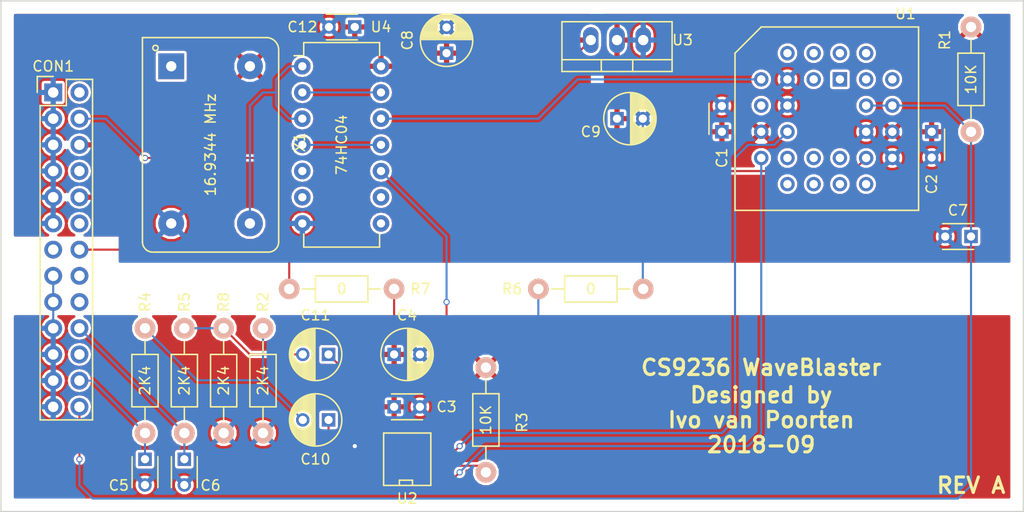
<source format=kicad_pcb>
(kicad_pcb (version 4) (host pcbnew 4.0.5+dfsg1-4)
  (layers (0 F.Cu signal) (31 B.Cu signal) (34 B.Paste user) (35 F.Paste user) (36 B.SilkS user) (37 F.SilkS user) (38 B.Mask user) (39 F.Mask user) (44 Edge.Cuts user))
  (net 0 "")
  (net 1 +3V3)
  (net 2 GND)
  (net 3 +5VA)
  (net 4 GNDA)
  (net 5 AUDIO_OUT_LEFT)
  (net 6 AUDIO_OUT_RIGHT)
  (net 7 ~RESET)
  (net 8 +5V)
  (net 9 "Net-(C10-Pad1)")
  (net 10 "Net-(C10-Pad2)")
  (net 11 "Net-(C11-Pad1)")
  (net 12 "Net-(C11-Pad2)")
  (net 13 "Net-(CON1-Pad2)")
  (net 14 MIDI_IN)
  (net 15 "Net-(CON1-Pad8)")
  (net 16 "Net-(CON1-Pad12)")
  (net 17 "Net-(CON1-Pad13)")
  (net 18 "Net-(CON1-Pad16)")
  (net 19 "Net-(CON1-Pad18)")
  (net 20 "Net-(CON1-Pad22)")
  (net 21 "Net-(R3-Pad2)")
  (net 22 "Net-(U1-Pad1)")
  (net 23 "Net-(U1-Pad2)")
  (net 24 "Net-(U1-Pad3)")
  (net 25 "Net-(U1-Pad4)")
  (net 26 SYNTH_CLOCK)
  (net 27 "Net-(U1-Pad7)")
  (net 28 "Net-(U1-Pad10)")
  (net 29 "Net-(U1-Pad11)")
  (net 30 "Net-(U1-Pad12)")
  (net 31 "Net-(U1-Pad13)")
  (net 32 "Net-(U1-Pad14)")
  (net 33 "Net-(U1-Pad15)")
  (net 34 "Net-(U1-Pad16)")
  (net 35 "Net-(U1-Pad17)")
  (net 36 "Net-(U1-Pad18)")
  (net 37 "Net-(U1-Pad25)")
  (net 38 "Net-(U1-Pad26)")
  (net 39 "Net-(U1-Pad27)")
  (net 40 "Net-(U1-Pad28)")
  (net 41 DAC_CLOCK)
  (net 42 "Net-(U4-Pad1)")
  (net 43 "Net-(U4-Pad13)")
  (net 44 "Net-(U4-Pad11)")
  (net 45 "Net-(X1-Pad1)")
  (module Oscillators:KXO-200_LargePads (layer F.Cu) (at 99.06 68.58 270)
    (fp_text reference X1 (at -0.254 -8.636 270) (layer F.SilkS))
    (fp_text value "16.9344 MHz" (at 0 0 270) (layer F.SilkS))
    (fp_circle (center -9.398 5.334) (end -9.398 5.588) (layer F.SilkS) (width 0.15))
    (fp_line (start -10.39876 -5.40004) (end -10.39876 6.59892) (layer F.SilkS) (width 0.15))
    (fp_line (start 9.40054 6.59892) (end -10.39876 6.59892) (layer F.SilkS) (width 0.15))
    (fp_line (start 10.39876 -5.6007) (end 10.39876 5.4991) (layer F.SilkS) (width 0.15))
    (fp_line (start -9.10082 -6.59892) (end 9.40054 -6.59892) (layer F.SilkS) (width 0.15))
    (fp_arc (start 9.40054 -5.6007) (end 9.40054 -6.59892) (angle 90) (layer F.SilkS) (width 0.15))
    (fp_arc (start -9.20496 -5.40004) (end -10.40384 -5.40004) (angle 90) (layer F.SilkS) (width 0.15))
    (fp_arc (start 9.40054 5.6007) (end 10.39876 5.6007) (angle 90) (layer F.SilkS) (width 0.15))
    (pad 1 thru_hole rect (at -7.62 3.81 270) (size 2.49936 2.49936) (drill 1.00076) (layers *.Cu *.Mask) (net 45 "Net-(X1-Pad1)"))
    (pad 7 thru_hole circle (at 7.62 3.81 270) (size 2.49936 2.49936) (drill 1.00076) (layers *.Cu *.Mask) (net 2 GND))
    (pad 8 thru_hole circle (at 7.62 -3.81 270) (size 2.49936 2.49936) (drill 1.00076) (layers *.Cu *.Mask) (net 42 "Net-(U4-Pad1)"))
    (pad 14 thru_hole circle (at -7.62 -3.81 270) (size 2.49936 2.49936) (drill 1.00076) (layers *.Cu *.Mask) (net 8 +5V))
  )
  (module Capacitors_ThroughHole:C_Disc_D3_P2.5 (layer F.Cu) (at 148.59 67.31 90)
    (fp_text reference C1 (at -2.54 0 90) (layer F.SilkS))
    (fp_text value 100n hide)
    (fp_line (start -0.25 -1.25) (end 2.75 -1.25) (layer F.SilkS) (width 0.15))
    (fp_line (start 2.75 1.25) (end -0.25 1.25) (layer F.SilkS) (width 0.15))
    (pad 1 thru_hole rect (at 0 0 90) (size 1.3 1.3) (drill 0.8) (layers *.Cu *.Mask) (net 1 +3V3))
    (pad 2 thru_hole circle (at 2.5 0 90) (size 1.3 1.3) (drill 0.8001) (layers *.Cu *.Mask) (net 2 GND))
  )
  (module Capacitors_ThroughHole:C_Disc_D3_P2.5 (layer F.Cu) (at 168.91 67.31 270)
    (fp_text reference C2 (at 5.08 0 270) (layer F.SilkS))
    (fp_text value 100n hide)
    (fp_line (start -0.25 -1.25) (end 2.75 -1.25) (layer F.SilkS) (width 0.15))
    (fp_line (start 2.75 1.25) (end -0.25 1.25) (layer F.SilkS) (width 0.15))
    (pad 1 thru_hole rect (at 0 0 270) (size 1.3 1.3) (drill 0.8) (layers *.Cu *.Mask) (net 1 +3V3))
    (pad 2 thru_hole circle (at 2.5 0 270) (size 1.3 1.3) (drill 0.8001) (layers *.Cu *.Mask) (net 2 GND))
  )
  (module Capacitors_ThroughHole:C_Disc_D3_P2.5 (layer F.Cu) (at 116.84 93.98)
    (fp_text reference C3 (at 5.08 0) (layer F.SilkS))
    (fp_text value 100n hide)
    (fp_line (start -0.25 -1.25) (end 2.75 -1.25) (layer F.SilkS) (width 0.15))
    (fp_line (start 2.75 1.25) (end -0.25 1.25) (layer F.SilkS) (width 0.15))
    (pad 1 thru_hole rect (at 0 0) (size 1.3 1.3) (drill 0.8) (layers *.Cu *.Mask) (net 3 +5VA))
    (pad 2 thru_hole circle (at 2.5 0) (size 1.3 1.3) (drill 0.8001) (layers *.Cu *.Mask) (net 4 GNDA))
  )
  (module Capacitors_ThroughHole:C_Radial_D5_L6_P2.5 (layer F.Cu) (at 116.84 88.9)
    (fp_text reference C4 (at 1.25 -3.8) (layer F.SilkS))
    (fp_text value 10u hide)
    (fp_line (start 1.325 -2.499) (end 1.325 2.499) (layer F.SilkS) (width 0.15))
    (fp_line (start 1.465 -2.491) (end 1.465 2.491) (layer F.SilkS) (width 0.15))
    (fp_line (start 1.605 -2.475) (end 1.605 -0.095) (layer F.SilkS) (width 0.15))
    (fp_line (start 1.605 0.095) (end 1.605 2.475) (layer F.SilkS) (width 0.15))
    (fp_line (start 1.745 -2.451) (end 1.745 -0.49) (layer F.SilkS) (width 0.15))
    (fp_line (start 1.745 0.49) (end 1.745 2.451) (layer F.SilkS) (width 0.15))
    (fp_line (start 1.885 -2.418) (end 1.885 -0.657) (layer F.SilkS) (width 0.15))
    (fp_line (start 1.885 0.657) (end 1.885 2.418) (layer F.SilkS) (width 0.15))
    (fp_line (start 2.025 -2.377) (end 2.025 -0.764) (layer F.SilkS) (width 0.15))
    (fp_line (start 2.025 0.764) (end 2.025 2.377) (layer F.SilkS) (width 0.15))
    (fp_line (start 2.165 -2.327) (end 2.165 -0.835) (layer F.SilkS) (width 0.15))
    (fp_line (start 2.165 0.835) (end 2.165 2.327) (layer F.SilkS) (width 0.15))
    (fp_line (start 2.305 -2.266) (end 2.305 -0.879) (layer F.SilkS) (width 0.15))
    (fp_line (start 2.305 0.879) (end 2.305 2.266) (layer F.SilkS) (width 0.15))
    (fp_line (start 2.445 -2.196) (end 2.445 -0.898) (layer F.SilkS) (width 0.15))
    (fp_line (start 2.445 0.898) (end 2.445 2.196) (layer F.SilkS) (width 0.15))
    (fp_line (start 2.585 -2.114) (end 2.585 -0.896) (layer F.SilkS) (width 0.15))
    (fp_line (start 2.585 0.896) (end 2.585 2.114) (layer F.SilkS) (width 0.15))
    (fp_line (start 2.725 -2.019) (end 2.725 -0.871) (layer F.SilkS) (width 0.15))
    (fp_line (start 2.725 0.871) (end 2.725 2.019) (layer F.SilkS) (width 0.15))
    (fp_line (start 2.865 -1.908) (end 2.865 -0.823) (layer F.SilkS) (width 0.15))
    (fp_line (start 2.865 0.823) (end 2.865 1.908) (layer F.SilkS) (width 0.15))
    (fp_line (start 3.005 -1.78) (end 3.005 -0.745) (layer F.SilkS) (width 0.15))
    (fp_line (start 3.005 0.745) (end 3.005 1.78) (layer F.SilkS) (width 0.15))
    (fp_line (start 3.145 -1.631) (end 3.145 -0.628) (layer F.SilkS) (width 0.15))
    (fp_line (start 3.145 0.628) (end 3.145 1.631) (layer F.SilkS) (width 0.15))
    (fp_line (start 3.285 -1.452) (end 3.285 -0.44) (layer F.SilkS) (width 0.15))
    (fp_line (start 3.285 0.44) (end 3.285 1.452) (layer F.SilkS) (width 0.15))
    (fp_line (start 3.425 -1.233) (end 3.425 1.233) (layer F.SilkS) (width 0.15))
    (fp_line (start 3.565 -0.944) (end 3.565 0.944) (layer F.SilkS) (width 0.15))
    (fp_line (start 3.705 -0.472) (end 3.705 0.472) (layer F.SilkS) (width 0.15))
    (fp_circle (center 2.5 0) (end 2.5 -0.9) (layer F.SilkS) (width 0.15))
    (fp_circle (center 1.25 0) (end 1.25 -2.5375) (layer F.SilkS) (width 0.15))
    (pad 1 thru_hole rect (at 0 0) (size 1.3 1.3) (drill 0.8) (layers *.Cu *.Mask) (net 3 +5VA))
    (pad 2 thru_hole circle (at 2.5 0) (size 1.3 1.3) (drill 0.8) (layers *.Cu *.Mask) (net 4 GNDA))
  )
  (module Capacitors_ThroughHole:C_Disc_D3_P2.5 (layer F.Cu) (at 92.71 99.06 270)
    (fp_text reference C5 (at 2.54 2.54 360) (layer F.SilkS))
    (fp_text value 750p hide)
    (fp_line (start -0.25 -1.25) (end 2.75 -1.25) (layer F.SilkS) (width 0.15))
    (fp_line (start 2.75 1.25) (end -0.25 1.25) (layer F.SilkS) (width 0.15))
    (pad 1 thru_hole rect (at 0 0 270) (size 1.3 1.3) (drill 0.8) (layers *.Cu *.Mask) (net 5 AUDIO_OUT_LEFT))
    (pad 2 thru_hole circle (at 2.5 0 270) (size 1.3 1.3) (drill 0.8001) (layers *.Cu *.Mask) (net 4 GNDA))
  )
  (module Capacitors_ThroughHole:C_Disc_D3_P2.5 (layer F.Cu) (at 96.52 99.06 270)
    (fp_text reference C6 (at 2.54 -2.54 360) (layer F.SilkS))
    (fp_text value 750p hide)
    (fp_line (start -0.25 -1.25) (end 2.75 -1.25) (layer F.SilkS) (width 0.15))
    (fp_line (start 2.75 1.25) (end -0.25 1.25) (layer F.SilkS) (width 0.15))
    (pad 1 thru_hole rect (at 0 0 270) (size 1.3 1.3) (drill 0.8) (layers *.Cu *.Mask) (net 6 AUDIO_OUT_RIGHT))
    (pad 2 thru_hole circle (at 2.5 0 270) (size 1.3 1.3) (drill 0.8001) (layers *.Cu *.Mask) (net 4 GNDA))
  )
  (module Capacitors_ThroughHole:C_Disc_D3_P2.5 (layer F.Cu) (at 172.72 77.47 180)
    (fp_text reference C7 (at 1.27 2.54 180) (layer F.SilkS))
    (fp_text value 100n hide)
    (fp_line (start -0.25 -1.25) (end 2.75 -1.25) (layer F.SilkS) (width 0.15))
    (fp_line (start 2.75 1.25) (end -0.25 1.25) (layer F.SilkS) (width 0.15))
    (pad 1 thru_hole rect (at 0 0 180) (size 1.3 1.3) (drill 0.8) (layers *.Cu *.Mask) (net 7 ~RESET))
    (pad 2 thru_hole circle (at 2.5 0 180) (size 1.3 1.3) (drill 0.8001) (layers *.Cu *.Mask) (net 2 GND))
  )
  (module Capacitors_ThroughHole:C_Radial_D5_L6_P2.5 (layer F.Cu) (at 121.92 59.69 90)
    (fp_text reference C8 (at 1.25 -3.8 90) (layer F.SilkS))
    (fp_text value 10u hide)
    (fp_line (start 1.325 -2.499) (end 1.325 2.499) (layer F.SilkS) (width 0.15))
    (fp_line (start 1.465 -2.491) (end 1.465 2.491) (layer F.SilkS) (width 0.15))
    (fp_line (start 1.605 -2.475) (end 1.605 -0.095) (layer F.SilkS) (width 0.15))
    (fp_line (start 1.605 0.095) (end 1.605 2.475) (layer F.SilkS) (width 0.15))
    (fp_line (start 1.745 -2.451) (end 1.745 -0.49) (layer F.SilkS) (width 0.15))
    (fp_line (start 1.745 0.49) (end 1.745 2.451) (layer F.SilkS) (width 0.15))
    (fp_line (start 1.885 -2.418) (end 1.885 -0.657) (layer F.SilkS) (width 0.15))
    (fp_line (start 1.885 0.657) (end 1.885 2.418) (layer F.SilkS) (width 0.15))
    (fp_line (start 2.025 -2.377) (end 2.025 -0.764) (layer F.SilkS) (width 0.15))
    (fp_line (start 2.025 0.764) (end 2.025 2.377) (layer F.SilkS) (width 0.15))
    (fp_line (start 2.165 -2.327) (end 2.165 -0.835) (layer F.SilkS) (width 0.15))
    (fp_line (start 2.165 0.835) (end 2.165 2.327) (layer F.SilkS) (width 0.15))
    (fp_line (start 2.305 -2.266) (end 2.305 -0.879) (layer F.SilkS) (width 0.15))
    (fp_line (start 2.305 0.879) (end 2.305 2.266) (layer F.SilkS) (width 0.15))
    (fp_line (start 2.445 -2.196) (end 2.445 -0.898) (layer F.SilkS) (width 0.15))
    (fp_line (start 2.445 0.898) (end 2.445 2.196) (layer F.SilkS) (width 0.15))
    (fp_line (start 2.585 -2.114) (end 2.585 -0.896) (layer F.SilkS) (width 0.15))
    (fp_line (start 2.585 0.896) (end 2.585 2.114) (layer F.SilkS) (width 0.15))
    (fp_line (start 2.725 -2.019) (end 2.725 -0.871) (layer F.SilkS) (width 0.15))
    (fp_line (start 2.725 0.871) (end 2.725 2.019) (layer F.SilkS) (width 0.15))
    (fp_line (start 2.865 -1.908) (end 2.865 -0.823) (layer F.SilkS) (width 0.15))
    (fp_line (start 2.865 0.823) (end 2.865 1.908) (layer F.SilkS) (width 0.15))
    (fp_line (start 3.005 -1.78) (end 3.005 -0.745) (layer F.SilkS) (width 0.15))
    (fp_line (start 3.005 0.745) (end 3.005 1.78) (layer F.SilkS) (width 0.15))
    (fp_line (start 3.145 -1.631) (end 3.145 -0.628) (layer F.SilkS) (width 0.15))
    (fp_line (start 3.145 0.628) (end 3.145 1.631) (layer F.SilkS) (width 0.15))
    (fp_line (start 3.285 -1.452) (end 3.285 -0.44) (layer F.SilkS) (width 0.15))
    (fp_line (start 3.285 0.44) (end 3.285 1.452) (layer F.SilkS) (width 0.15))
    (fp_line (start 3.425 -1.233) (end 3.425 1.233) (layer F.SilkS) (width 0.15))
    (fp_line (start 3.565 -0.944) (end 3.565 0.944) (layer F.SilkS) (width 0.15))
    (fp_line (start 3.705 -0.472) (end 3.705 0.472) (layer F.SilkS) (width 0.15))
    (fp_circle (center 2.5 0) (end 2.5 -0.9) (layer F.SilkS) (width 0.15))
    (fp_circle (center 1.25 0) (end 1.25 -2.5375) (layer F.SilkS) (width 0.15))
    (pad 1 thru_hole rect (at 0 0 90) (size 1.3 1.3) (drill 0.8) (layers *.Cu *.Mask) (net 8 +5V))
    (pad 2 thru_hole circle (at 2.5 0 90) (size 1.3 1.3) (drill 0.8) (layers *.Cu *.Mask) (net 2 GND))
  )
  (module Capacitors_ThroughHole:C_Radial_D5_L6_P2.5 (layer F.Cu) (at 138.43 66.04)
    (fp_text reference C9 (at -2.54 1.27) (layer F.SilkS))
    (fp_text value 10u hide)
    (fp_line (start 1.325 -2.499) (end 1.325 2.499) (layer F.SilkS) (width 0.15))
    (fp_line (start 1.465 -2.491) (end 1.465 2.491) (layer F.SilkS) (width 0.15))
    (fp_line (start 1.605 -2.475) (end 1.605 -0.095) (layer F.SilkS) (width 0.15))
    (fp_line (start 1.605 0.095) (end 1.605 2.475) (layer F.SilkS) (width 0.15))
    (fp_line (start 1.745 -2.451) (end 1.745 -0.49) (layer F.SilkS) (width 0.15))
    (fp_line (start 1.745 0.49) (end 1.745 2.451) (layer F.SilkS) (width 0.15))
    (fp_line (start 1.885 -2.418) (end 1.885 -0.657) (layer F.SilkS) (width 0.15))
    (fp_line (start 1.885 0.657) (end 1.885 2.418) (layer F.SilkS) (width 0.15))
    (fp_line (start 2.025 -2.377) (end 2.025 -0.764) (layer F.SilkS) (width 0.15))
    (fp_line (start 2.025 0.764) (end 2.025 2.377) (layer F.SilkS) (width 0.15))
    (fp_line (start 2.165 -2.327) (end 2.165 -0.835) (layer F.SilkS) (width 0.15))
    (fp_line (start 2.165 0.835) (end 2.165 2.327) (layer F.SilkS) (width 0.15))
    (fp_line (start 2.305 -2.266) (end 2.305 -0.879) (layer F.SilkS) (width 0.15))
    (fp_line (start 2.305 0.879) (end 2.305 2.266) (layer F.SilkS) (width 0.15))
    (fp_line (start 2.445 -2.196) (end 2.445 -0.898) (layer F.SilkS) (width 0.15))
    (fp_line (start 2.445 0.898) (end 2.445 2.196) (layer F.SilkS) (width 0.15))
    (fp_line (start 2.585 -2.114) (end 2.585 -0.896) (layer F.SilkS) (width 0.15))
    (fp_line (start 2.585 0.896) (end 2.585 2.114) (layer F.SilkS) (width 0.15))
    (fp_line (start 2.725 -2.019) (end 2.725 -0.871) (layer F.SilkS) (width 0.15))
    (fp_line (start 2.725 0.871) (end 2.725 2.019) (layer F.SilkS) (width 0.15))
    (fp_line (start 2.865 -1.908) (end 2.865 -0.823) (layer F.SilkS) (width 0.15))
    (fp_line (start 2.865 0.823) (end 2.865 1.908) (layer F.SilkS) (width 0.15))
    (fp_line (start 3.005 -1.78) (end 3.005 -0.745) (layer F.SilkS) (width 0.15))
    (fp_line (start 3.005 0.745) (end 3.005 1.78) (layer F.SilkS) (width 0.15))
    (fp_line (start 3.145 -1.631) (end 3.145 -0.628) (layer F.SilkS) (width 0.15))
    (fp_line (start 3.145 0.628) (end 3.145 1.631) (layer F.SilkS) (width 0.15))
    (fp_line (start 3.285 -1.452) (end 3.285 -0.44) (layer F.SilkS) (width 0.15))
    (fp_line (start 3.285 0.44) (end 3.285 1.452) (layer F.SilkS) (width 0.15))
    (fp_line (start 3.425 -1.233) (end 3.425 1.233) (layer F.SilkS) (width 0.15))
    (fp_line (start 3.565 -0.944) (end 3.565 0.944) (layer F.SilkS) (width 0.15))
    (fp_line (start 3.705 -0.472) (end 3.705 0.472) (layer F.SilkS) (width 0.15))
    (fp_circle (center 2.5 0) (end 2.5 -0.9) (layer F.SilkS) (width 0.15))
    (fp_circle (center 1.25 0) (end 1.25 -2.5375) (layer F.SilkS) (width 0.15))
    (pad 1 thru_hole rect (at 0 0) (size 1.3 1.3) (drill 0.8) (layers *.Cu *.Mask) (net 1 +3V3))
    (pad 2 thru_hole circle (at 2.5 0) (size 1.3 1.3) (drill 0.8) (layers *.Cu *.Mask) (net 2 GND))
  )
  (module Capacitors_ThroughHole:C_Radial_D5_L6_P2.5 (layer F.Cu) (at 110.49 95.25 180)
    (fp_text reference C10 (at 1.27 -3.81 180) (layer F.SilkS))
    (fp_text value 10u hide)
    (fp_line (start 1.325 -2.499) (end 1.325 2.499) (layer F.SilkS) (width 0.15))
    (fp_line (start 1.465 -2.491) (end 1.465 2.491) (layer F.SilkS) (width 0.15))
    (fp_line (start 1.605 -2.475) (end 1.605 -0.095) (layer F.SilkS) (width 0.15))
    (fp_line (start 1.605 0.095) (end 1.605 2.475) (layer F.SilkS) (width 0.15))
    (fp_line (start 1.745 -2.451) (end 1.745 -0.49) (layer F.SilkS) (width 0.15))
    (fp_line (start 1.745 0.49) (end 1.745 2.451) (layer F.SilkS) (width 0.15))
    (fp_line (start 1.885 -2.418) (end 1.885 -0.657) (layer F.SilkS) (width 0.15))
    (fp_line (start 1.885 0.657) (end 1.885 2.418) (layer F.SilkS) (width 0.15))
    (fp_line (start 2.025 -2.377) (end 2.025 -0.764) (layer F.SilkS) (width 0.15))
    (fp_line (start 2.025 0.764) (end 2.025 2.377) (layer F.SilkS) (width 0.15))
    (fp_line (start 2.165 -2.327) (end 2.165 -0.835) (layer F.SilkS) (width 0.15))
    (fp_line (start 2.165 0.835) (end 2.165 2.327) (layer F.SilkS) (width 0.15))
    (fp_line (start 2.305 -2.266) (end 2.305 -0.879) (layer F.SilkS) (width 0.15))
    (fp_line (start 2.305 0.879) (end 2.305 2.266) (layer F.SilkS) (width 0.15))
    (fp_line (start 2.445 -2.196) (end 2.445 -0.898) (layer F.SilkS) (width 0.15))
    (fp_line (start 2.445 0.898) (end 2.445 2.196) (layer F.SilkS) (width 0.15))
    (fp_line (start 2.585 -2.114) (end 2.585 -0.896) (layer F.SilkS) (width 0.15))
    (fp_line (start 2.585 0.896) (end 2.585 2.114) (layer F.SilkS) (width 0.15))
    (fp_line (start 2.725 -2.019) (end 2.725 -0.871) (layer F.SilkS) (width 0.15))
    (fp_line (start 2.725 0.871) (end 2.725 2.019) (layer F.SilkS) (width 0.15))
    (fp_line (start 2.865 -1.908) (end 2.865 -0.823) (layer F.SilkS) (width 0.15))
    (fp_line (start 2.865 0.823) (end 2.865 1.908) (layer F.SilkS) (width 0.15))
    (fp_line (start 3.005 -1.78) (end 3.005 -0.745) (layer F.SilkS) (width 0.15))
    (fp_line (start 3.005 0.745) (end 3.005 1.78) (layer F.SilkS) (width 0.15))
    (fp_line (start 3.145 -1.631) (end 3.145 -0.628) (layer F.SilkS) (width 0.15))
    (fp_line (start 3.145 0.628) (end 3.145 1.631) (layer F.SilkS) (width 0.15))
    (fp_line (start 3.285 -1.452) (end 3.285 -0.44) (layer F.SilkS) (width 0.15))
    (fp_line (start 3.285 0.44) (end 3.285 1.452) (layer F.SilkS) (width 0.15))
    (fp_line (start 3.425 -1.233) (end 3.425 1.233) (layer F.SilkS) (width 0.15))
    (fp_line (start 3.565 -0.944) (end 3.565 0.944) (layer F.SilkS) (width 0.15))
    (fp_line (start 3.705 -0.472) (end 3.705 0.472) (layer F.SilkS) (width 0.15))
    (fp_circle (center 2.5 0) (end 2.5 -0.9) (layer F.SilkS) (width 0.15))
    (fp_circle (center 1.25 0) (end 1.25 -2.5375) (layer F.SilkS) (width 0.15))
    (pad 1 thru_hole rect (at 0 0 180) (size 1.3 1.3) (drill 0.8) (layers *.Cu *.Mask) (net 9 "Net-(C10-Pad1)"))
    (pad 2 thru_hole circle (at 2.5 0 180) (size 1.3 1.3) (drill 0.8) (layers *.Cu *.Mask) (net 10 "Net-(C10-Pad2)"))
  )
  (module Capacitors_ThroughHole:C_Radial_D5_L6_P2.5 (layer F.Cu) (at 110.49 88.9 180)
    (fp_text reference C11 (at 1.27 3.81 180) (layer F.SilkS))
    (fp_text value 10u hide)
    (fp_line (start 1.325 -2.499) (end 1.325 2.499) (layer F.SilkS) (width 0.15))
    (fp_line (start 1.465 -2.491) (end 1.465 2.491) (layer F.SilkS) (width 0.15))
    (fp_line (start 1.605 -2.475) (end 1.605 -0.095) (layer F.SilkS) (width 0.15))
    (fp_line (start 1.605 0.095) (end 1.605 2.475) (layer F.SilkS) (width 0.15))
    (fp_line (start 1.745 -2.451) (end 1.745 -0.49) (layer F.SilkS) (width 0.15))
    (fp_line (start 1.745 0.49) (end 1.745 2.451) (layer F.SilkS) (width 0.15))
    (fp_line (start 1.885 -2.418) (end 1.885 -0.657) (layer F.SilkS) (width 0.15))
    (fp_line (start 1.885 0.657) (end 1.885 2.418) (layer F.SilkS) (width 0.15))
    (fp_line (start 2.025 -2.377) (end 2.025 -0.764) (layer F.SilkS) (width 0.15))
    (fp_line (start 2.025 0.764) (end 2.025 2.377) (layer F.SilkS) (width 0.15))
    (fp_line (start 2.165 -2.327) (end 2.165 -0.835) (layer F.SilkS) (width 0.15))
    (fp_line (start 2.165 0.835) (end 2.165 2.327) (layer F.SilkS) (width 0.15))
    (fp_line (start 2.305 -2.266) (end 2.305 -0.879) (layer F.SilkS) (width 0.15))
    (fp_line (start 2.305 0.879) (end 2.305 2.266) (layer F.SilkS) (width 0.15))
    (fp_line (start 2.445 -2.196) (end 2.445 -0.898) (layer F.SilkS) (width 0.15))
    (fp_line (start 2.445 0.898) (end 2.445 2.196) (layer F.SilkS) (width 0.15))
    (fp_line (start 2.585 -2.114) (end 2.585 -0.896) (layer F.SilkS) (width 0.15))
    (fp_line (start 2.585 0.896) (end 2.585 2.114) (layer F.SilkS) (width 0.15))
    (fp_line (start 2.725 -2.019) (end 2.725 -0.871) (layer F.SilkS) (width 0.15))
    (fp_line (start 2.725 0.871) (end 2.725 2.019) (layer F.SilkS) (width 0.15))
    (fp_line (start 2.865 -1.908) (end 2.865 -0.823) (layer F.SilkS) (width 0.15))
    (fp_line (start 2.865 0.823) (end 2.865 1.908) (layer F.SilkS) (width 0.15))
    (fp_line (start 3.005 -1.78) (end 3.005 -0.745) (layer F.SilkS) (width 0.15))
    (fp_line (start 3.005 0.745) (end 3.005 1.78) (layer F.SilkS) (width 0.15))
    (fp_line (start 3.145 -1.631) (end 3.145 -0.628) (layer F.SilkS) (width 0.15))
    (fp_line (start 3.145 0.628) (end 3.145 1.631) (layer F.SilkS) (width 0.15))
    (fp_line (start 3.285 -1.452) (end 3.285 -0.44) (layer F.SilkS) (width 0.15))
    (fp_line (start 3.285 0.44) (end 3.285 1.452) (layer F.SilkS) (width 0.15))
    (fp_line (start 3.425 -1.233) (end 3.425 1.233) (layer F.SilkS) (width 0.15))
    (fp_line (start 3.565 -0.944) (end 3.565 0.944) (layer F.SilkS) (width 0.15))
    (fp_line (start 3.705 -0.472) (end 3.705 0.472) (layer F.SilkS) (width 0.15))
    (fp_circle (center 2.5 0) (end 2.5 -0.9) (layer F.SilkS) (width 0.15))
    (fp_circle (center 1.25 0) (end 1.25 -2.5375) (layer F.SilkS) (width 0.15))
    (pad 1 thru_hole rect (at 0 0 180) (size 1.3 1.3) (drill 0.8) (layers *.Cu *.Mask) (net 11 "Net-(C11-Pad1)"))
    (pad 2 thru_hole circle (at 2.5 0 180) (size 1.3 1.3) (drill 0.8) (layers *.Cu *.Mask) (net 12 "Net-(C11-Pad2)"))
  )
  (module Pin_Headers:Pin_Header_Straight_2x13 (layer F.Cu) (at 83.82 63.5)
    (fp_text reference CON1 (at 0 -2.54) (layer F.SilkS))
    (fp_text value WAVEBLASTER hide)
    (fp_line (start 3.81 -1.27) (end 3.81 31.75) (layer F.SilkS) (width 0.15))
    (fp_line (start -1.27 1.27) (end -1.27 31.75) (layer F.SilkS) (width 0.15))
    (fp_line (start 3.81 31.75) (end -1.27 31.75) (layer F.SilkS) (width 0.15))
    (fp_line (start 3.81 -1.27) (end 1.27 -1.27) (layer F.SilkS) (width 0.15))
    (fp_line (start 0 -1.55) (end -1.55 -1.55) (layer F.SilkS) (width 0.15))
    (fp_line (start 1.27 -1.27) (end 1.27 1.27) (layer F.SilkS) (width 0.15))
    (fp_line (start 1.27 1.27) (end -1.27 1.27) (layer F.SilkS) (width 0.15))
    (fp_line (start -1.55 -1.55) (end -1.55 0) (layer F.SilkS) (width 0.15))
    (pad 1 thru_hole rect (at 0 0) (size 1.7272 1.7272) (drill 1.016) (layers *.Cu *.Mask) (net 2 GND))
    (pad 2 thru_hole oval (at 2.54 0) (size 1.7272 1.7272) (drill 1.016) (layers *.Cu *.Mask) (net 13 "Net-(CON1-Pad2)"))
    (pad 3 thru_hole oval (at 0 2.54) (size 1.7272 1.7272) (drill 1.016) (layers *.Cu *.Mask) (net 2 GND))
    (pad 4 thru_hole oval (at 2.54 2.54) (size 1.7272 1.7272) (drill 1.016) (layers *.Cu *.Mask) (net 14 MIDI_IN))
    (pad 5 thru_hole oval (at 0 5.08) (size 1.7272 1.7272) (drill 1.016) (layers *.Cu *.Mask) (net 2 GND))
    (pad 6 thru_hole oval (at 2.54 5.08) (size 1.7272 1.7272) (drill 1.016) (layers *.Cu *.Mask) (net 8 +5V))
    (pad 7 thru_hole oval (at 0 7.62) (size 1.7272 1.7272) (drill 1.016) (layers *.Cu *.Mask) (net 2 GND))
    (pad 8 thru_hole oval (at 2.54 7.62) (size 1.7272 1.7272) (drill 1.016) (layers *.Cu *.Mask) (net 15 "Net-(CON1-Pad8)"))
    (pad 9 thru_hole oval (at 0 10.16) (size 1.7272 1.7272) (drill 1.016) (layers *.Cu *.Mask) (net 2 GND))
    (pad 10 thru_hole oval (at 2.54 10.16) (size 1.7272 1.7272) (drill 1.016) (layers *.Cu *.Mask) (net 8 +5V))
    (pad 11 thru_hole oval (at 0 12.7) (size 1.7272 1.7272) (drill 1.016) (layers *.Cu *.Mask) (net 2 GND))
    (pad 12 thru_hole oval (at 2.54 12.7) (size 1.7272 1.7272) (drill 1.016) (layers *.Cu *.Mask) (net 16 "Net-(CON1-Pad12)"))
    (pad 13 thru_hole oval (at 0 15.24) (size 1.7272 1.7272) (drill 1.016) (layers *.Cu *.Mask) (net 17 "Net-(CON1-Pad13)"))
    (pad 14 thru_hole oval (at 2.54 15.24) (size 1.7272 1.7272) (drill 1.016) (layers *.Cu *.Mask) (net 8 +5V))
    (pad 15 thru_hole oval (at 0 17.78) (size 1.7272 1.7272) (drill 1.016) (layers *.Cu *.Mask) (net 4 GNDA))
    (pad 16 thru_hole oval (at 2.54 17.78) (size 1.7272 1.7272) (drill 1.016) (layers *.Cu *.Mask) (net 18 "Net-(CON1-Pad16)"))
    (pad 17 thru_hole oval (at 0 20.32) (size 1.7272 1.7272) (drill 1.016) (layers *.Cu *.Mask) (net 4 GNDA))
    (pad 18 thru_hole oval (at 2.54 20.32) (size 1.7272 1.7272) (drill 1.016) (layers *.Cu *.Mask) (net 19 "Net-(CON1-Pad18)"))
    (pad 19 thru_hole oval (at 0 22.86) (size 1.7272 1.7272) (drill 1.016) (layers *.Cu *.Mask) (net 4 GNDA))
    (pad 20 thru_hole oval (at 2.54 22.86) (size 1.7272 1.7272) (drill 1.016) (layers *.Cu *.Mask) (net 6 AUDIO_OUT_RIGHT))
    (pad 21 thru_hole oval (at 0 25.4) (size 1.7272 1.7272) (drill 1.016) (layers *.Cu *.Mask) (net 4 GNDA))
    (pad 22 thru_hole oval (at 2.54 25.4) (size 1.7272 1.7272) (drill 1.016) (layers *.Cu *.Mask) (net 20 "Net-(CON1-Pad22)"))
    (pad 23 thru_hole oval (at 0 27.94) (size 1.7272 1.7272) (drill 1.016) (layers *.Cu *.Mask) (net 4 GNDA))
    (pad 24 thru_hole oval (at 2.54 27.94) (size 1.7272 1.7272) (drill 1.016) (layers *.Cu *.Mask) (net 5 AUDIO_OUT_LEFT))
    (pad 25 thru_hole oval (at 0 30.48) (size 1.7272 1.7272) (drill 1.016) (layers *.Cu *.Mask) (net 4 GNDA))
    (pad 26 thru_hole oval (at 2.54 30.48) (size 1.7272 1.7272) (drill 1.016) (layers *.Cu *.Mask) (net 7 ~RESET))
  )
  (module Sockets:PLCC28 (layer F.Cu) (at 158.75 66.04)
    (fp_text reference U1 (at 7.62 -10.16) (layer F.SilkS))
    (fp_text value CS9236-CL hide)
    (fp_line (start -6.35 -8.89) (end -8.89 -6.35) (layer F.SilkS) (width 0.15))
    (fp_line (start -8.89 -6.35) (end -8.89 8.89) (layer F.SilkS) (width 0.15))
    (fp_line (start -8.89 8.89) (end 8.89 8.89) (layer F.SilkS) (width 0.15))
    (fp_line (start 8.89 8.89) (end 8.89 -8.89) (layer F.SilkS) (width 0.15))
    (fp_line (start 8.89 -8.89) (end -6.35 -8.89) (layer F.SilkS) (width 0.15))
    (pad 1 thru_hole rect (at 1.27 -3.81) (size 1.397 1.397) (drill 0.8128) (layers *.Cu *.Mask) (net 22 "Net-(U1-Pad1)"))
    (pad 2 thru_hole circle (at -1.27 -6.35) (size 1.397 1.397) (drill 0.8128) (layers *.Cu *.Mask) (net 23 "Net-(U1-Pad2)"))
    (pad 3 thru_hole circle (at -1.27 -3.81) (size 1.397 1.397) (drill 0.8128) (layers *.Cu *.Mask) (net 24 "Net-(U1-Pad3)"))
    (pad 4 thru_hole circle (at -3.81 -6.35) (size 1.397 1.397) (drill 0.8128) (layers *.Cu *.Mask) (net 25 "Net-(U1-Pad4)"))
    (pad 5 thru_hole circle (at -6.35 -3.81) (size 1.397 1.397) (drill 0.8128) (layers *.Cu *.Mask) (net 26 SYNTH_CLOCK))
    (pad 6 thru_hole circle (at -3.81 -3.81) (size 1.397 1.397) (drill 0.8128) (layers *.Cu *.Mask) (net 2 GND))
    (pad 7 thru_hole circle (at -6.35 -1.27) (size 1.397 1.397) (drill 0.8128) (layers *.Cu *.Mask) (net 27 "Net-(U1-Pad7)"))
    (pad 8 thru_hole circle (at -3.81 -1.27) (size 1.397 1.397) (drill 0.8128) (layers *.Cu *.Mask) (net 2 GND))
    (pad 9 thru_hole circle (at -6.35 1.27) (size 1.397 1.397) (drill 0.8128) (layers *.Cu *.Mask) (net 1 +3V3))
    (pad 10 thru_hole circle (at -3.81 1.27) (size 1.397 1.397) (drill 0.8128) (layers *.Cu *.Mask) (net 28 "Net-(U1-Pad10)"))
    (pad 11 thru_hole circle (at -6.35 3.81) (size 1.397 1.397) (drill 0.8128) (layers *.Cu *.Mask) (net 29 "Net-(U1-Pad11)"))
    (pad 12 thru_hole circle (at -3.81 6.35) (size 1.397 1.397) (drill 0.8128) (layers *.Cu *.Mask) (net 30 "Net-(U1-Pad12)"))
    (pad 13 thru_hole circle (at -3.81 3.81) (size 1.397 1.397) (drill 0.8128) (layers *.Cu *.Mask) (net 31 "Net-(U1-Pad13)"))
    (pad 14 thru_hole circle (at -1.27 6.35) (size 1.397 1.397) (drill 0.8128) (layers *.Cu *.Mask) (net 32 "Net-(U1-Pad14)"))
    (pad 15 thru_hole circle (at -1.27 3.81) (size 1.397 1.397) (drill 0.8128) (layers *.Cu *.Mask) (net 33 "Net-(U1-Pad15)"))
    (pad 16 thru_hole circle (at 1.27 6.35) (size 1.397 1.397) (drill 0.8128) (layers *.Cu *.Mask) (net 34 "Net-(U1-Pad16)"))
    (pad 17 thru_hole circle (at 1.27 3.81) (size 1.397 1.397) (drill 0.8128) (layers *.Cu *.Mask) (net 35 "Net-(U1-Pad17)"))
    (pad 18 thru_hole circle (at 3.81 6.35) (size 1.397 1.397) (drill 0.8128) (layers *.Cu *.Mask) (net 36 "Net-(U1-Pad18)"))
    (pad 19 thru_hole circle (at 6.35 3.81) (size 1.397 1.397) (drill 0.8128) (layers *.Cu *.Mask) (net 2 GND))
    (pad 20 thru_hole circle (at 3.81 3.81) (size 1.397 1.397) (drill 0.8128) (layers *.Cu *.Mask) (net 14 MIDI_IN))
    (pad 21 thru_hole circle (at 6.35 1.27) (size 1.397 1.397) (drill 0.8128) (layers *.Cu *.Mask) (net 1 +3V3))
    (pad 22 thru_hole circle (at 3.81 1.27) (size 1.397 1.397) (drill 0.8128) (layers *.Cu *.Mask) (net 2 GND))
    (pad 23 thru_hole circle (at 6.35 -1.27) (size 1.397 1.397) (drill 0.8128) (layers *.Cu *.Mask) (net 7 ~RESET))
    (pad 24 thru_hole circle (at 3.81 -1.27) (size 1.397 1.397) (drill 0.8128) (layers *.Cu *.Mask) (net 7 ~RESET))
    (pad 25 thru_hole circle (at 6.35 -3.81) (size 1.397 1.397) (drill 0.8128) (layers *.Cu *.Mask) (net 37 "Net-(U1-Pad25)"))
    (pad 26 thru_hole circle (at 3.81 -6.35) (size 1.397 1.397) (drill 0.8128) (layers *.Cu *.Mask) (net 38 "Net-(U1-Pad26)"))
    (pad 27 thru_hole circle (at 3.81 -3.81) (size 1.397 1.397) (drill 0.8128) (layers *.Cu *.Mask) (net 39 "Net-(U1-Pad27)"))
    (pad 28 thru_hole circle (at 1.27 -6.35) (size 1.397 1.397) (drill 0.8128) (layers *.Cu *.Mask) (net 40 "Net-(U1-Pad28)"))
  )
  (module SMD_Packages:SOIC-8-N (layer F.Cu) (at 118.11 99.06 90)
    (fp_text reference U2 (at -3.81 0 180) (layer F.SilkS))
    (fp_text value CS4333 hide)
    (fp_line (start -2.54 -2.286) (end 2.54 -2.286) (layer F.SilkS) (width 0.15))
    (fp_line (start 2.54 -2.286) (end 2.54 2.286) (layer F.SilkS) (width 0.15))
    (fp_line (start 2.54 2.286) (end -2.54 2.286) (layer F.SilkS) (width 0.15))
    (fp_line (start -2.54 2.286) (end -2.54 -2.286) (layer F.SilkS) (width 0.15))
    (fp_line (start -2.54 -0.762) (end -2.032 -0.762) (layer F.SilkS) (width 0.15))
    (fp_line (start -2.032 -0.762) (end -2.032 0.508) (layer F.SilkS) (width 0.15))
    (fp_line (start -2.032 0.508) (end -2.54 0.508) (layer F.SilkS) (width 0.15))
    (pad 8 smd rect (at -1.905 -3.175 90) (size 0.508 1.143) (layers F.Cu F.Paste F.Mask) (net 9 "Net-(C10-Pad1)"))
    (pad 7 smd rect (at -0.635 -3.175 90) (size 0.508 1.143) (layers F.Cu F.Paste F.Mask) (net 3 +5VA))
    (pad 6 smd rect (at 0.635 -3.175 90) (size 0.508 1.143) (layers F.Cu F.Paste F.Mask) (net 4 GNDA))
    (pad 5 smd rect (at 1.905 -3.175 90) (size 0.508 1.143) (layers F.Cu F.Paste F.Mask) (net 11 "Net-(C11-Pad1)"))
    (pad 4 smd rect (at 1.905 3.175 90) (size 0.508 1.143) (layers F.Cu F.Paste F.Mask) (net 41 DAC_CLOCK))
    (pad 3 smd rect (at 0.635 3.175 90) (size 0.508 1.143) (layers F.Cu F.Paste F.Mask) (net 28 "Net-(U1-Pad10)"))
    (pad 2 smd rect (at -0.635 3.175 90) (size 0.508 1.143) (layers F.Cu F.Paste F.Mask) (net 21 "Net-(R3-Pad2)"))
    (pad 1 smd rect (at -1.905 3.175 90) (size 0.508 1.143) (layers F.Cu F.Paste F.Mask) (net 29 "Net-(U1-Pad11)"))
  )
  (module TO_SOT_Packages_THT:TO-220_Neutral123_Vertical (layer F.Cu) (at 138.43 58.42 180)
    (fp_text reference U3 (at -6.35 0 180) (layer F.SilkS))
    (fp_text value LM1117-3.3V hide)
    (fp_line (start -1.524 -3.048) (end -1.524 -1.905) (layer F.SilkS) (width 0.15))
    (fp_line (start 1.524 -3.048) (end 1.524 -1.905) (layer F.SilkS) (width 0.15))
    (fp_line (start 5.334 -1.905) (end 5.334 1.778) (layer F.SilkS) (width 0.15))
    (fp_line (start 5.334 1.778) (end -5.334 1.778) (layer F.SilkS) (width 0.15))
    (fp_line (start -5.334 1.778) (end -5.334 -1.905) (layer F.SilkS) (width 0.15))
    (fp_line (start 5.334 -3.048) (end 5.334 -1.905) (layer F.SilkS) (width 0.15))
    (fp_line (start 5.334 -1.905) (end -5.334 -1.905) (layer F.SilkS) (width 0.15))
    (fp_line (start -5.334 -1.905) (end -5.334 -3.048) (layer F.SilkS) (width 0.15))
    (fp_line (start 0 -3.048) (end -5.334 -3.048) (layer F.SilkS) (width 0.15))
    (fp_line (start 0 -3.048) (end 5.334 -3.048) (layer F.SilkS) (width 0.15))
    (pad 2 thru_hole oval (at 0 0 270) (size 2.49936 1.50114) (drill 1.00076) (layers *.Cu *.Mask) (net 1 +3V3))
    (pad 1 thru_hole oval (at -2.54 0 270) (size 2.49936 1.50114) (drill 1.00076) (layers *.Cu *.Mask) (net 2 GND))
    (pad 3 thru_hole oval (at 2.54 0 270) (size 2.49936 1.50114) (drill 1.00076) (layers *.Cu *.Mask) (net 8 +5V))
  )
  (module Housings_DIP:DIP-14_W7.62mm (layer F.Cu) (at 107.95 60.96)
    (fp_text reference U4 (at 7.62 -3.81) (layer F.SilkS))
    (fp_text value 74HC04 (at 3.81 7.62 90) (layer F.SilkS))
    (fp_line (start 0.135 -2.295) (end 0.135 -1.025) (layer F.SilkS) (width 0.15))
    (fp_line (start 7.485 -2.295) (end 7.485 -1.025) (layer F.SilkS) (width 0.15))
    (fp_line (start 7.485 17.535) (end 7.485 16.265) (layer F.SilkS) (width 0.15))
    (fp_line (start 0.135 17.535) (end 0.135 16.265) (layer F.SilkS) (width 0.15))
    (fp_line (start 0.135 -2.295) (end 7.485 -2.295) (layer F.SilkS) (width 0.15))
    (fp_line (start 0.135 17.535) (end 7.485 17.535) (layer F.SilkS) (width 0.15))
    (fp_line (start 0.135 -1.025) (end -0.8 -1.025) (layer F.SilkS) (width 0.15))
    (pad 1 thru_hole oval (at 0 0) (size 1.6 1.6) (drill 0.8) (layers *.Cu *.Mask) (net 42 "Net-(U4-Pad1)"))
    (pad 2 thru_hole oval (at 0 2.54) (size 1.6 1.6) (drill 0.8) (layers *.Cu *.Mask) (net 43 "Net-(U4-Pad13)"))
    (pad 3 thru_hole oval (at 0 5.08) (size 1.6 1.6) (drill 0.8) (layers *.Cu *.Mask) (net 42 "Net-(U4-Pad1)"))
    (pad 4 thru_hole oval (at 0 7.62) (size 1.6 1.6) (drill 0.8) (layers *.Cu *.Mask) (net 44 "Net-(U4-Pad11)"))
    (pad 5 thru_hole oval (at 0 10.16) (size 1.6 1.6) (drill 0.8) (layers *.Cu *.Mask))
    (pad 6 thru_hole oval (at 0 12.7) (size 1.6 1.6) (drill 0.8) (layers *.Cu *.Mask))
    (pad 7 thru_hole oval (at 0 15.24) (size 1.6 1.6) (drill 0.8) (layers *.Cu *.Mask) (net 2 GND))
    (pad 8 thru_hole oval (at 7.62 15.24) (size 1.6 1.6) (drill 0.8) (layers *.Cu *.Mask))
    (pad 9 thru_hole oval (at 7.62 12.7) (size 1.6 1.6) (drill 0.8) (layers *.Cu *.Mask))
    (pad 10 thru_hole oval (at 7.62 10.16) (size 1.6 1.6) (drill 0.8) (layers *.Cu *.Mask) (net 41 DAC_CLOCK))
    (pad 11 thru_hole oval (at 7.62 7.62) (size 1.6 1.6) (drill 0.8) (layers *.Cu *.Mask) (net 44 "Net-(U4-Pad11)"))
    (pad 12 thru_hole oval (at 7.62 5.08) (size 1.6 1.6) (drill 0.8) (layers *.Cu *.Mask) (net 26 SYNTH_CLOCK))
    (pad 13 thru_hole oval (at 7.62 2.54) (size 1.6 1.6) (drill 0.8) (layers *.Cu *.Mask) (net 43 "Net-(U4-Pad13)"))
    (pad 14 thru_hole oval (at 7.62 0) (size 1.6 1.6) (drill 0.8) (layers *.Cu *.Mask) (net 8 +5V))
  )
  (module Capacitors_ThroughHole:C_Disc_D3_P2.5 (layer F.Cu) (at 113.03 57.15 180)
    (fp_text reference C12 (at 5.08 0 180) (layer F.SilkS))
    (fp_text value 100n hide)
    (fp_line (start -0.25 -1.25) (end 2.75 -1.25) (layer F.SilkS) (width 0.15))
    (fp_line (start 2.75 1.25) (end -0.25 1.25) (layer F.SilkS) (width 0.15))
    (pad 1 thru_hole rect (at 0 0 180) (size 1.3 1.3) (drill 0.8) (layers *.Cu *.Mask) (net 8 +5V))
    (pad 2 thru_hole circle (at 2.5 0 180) (size 1.3 1.3) (drill 0.8001) (layers *.Cu *.Mask) (net 2 GND))
  )
  (module Resistors_ThroughHole:Resistor_Horizontal_RM10mm (layer F.Cu) (at 172.72 57.15 270)
    (fp_text reference R1 (at 1.27 2.54 270) (layer F.SilkS))
    (fp_text value 10K (at 5.08 0 270) (layer F.SilkS))
    (fp_line (start 2.54 -1.27) (end 7.62 -1.27) (layer F.SilkS) (width 0.15))
    (fp_line (start 7.62 -1.27) (end 7.62 1.27) (layer F.SilkS) (width 0.15))
    (fp_line (start 7.62 1.27) (end 2.54 1.27) (layer F.SilkS) (width 0.15))
    (fp_line (start 2.54 1.27) (end 2.54 -1.27) (layer F.SilkS) (width 0.15))
    (fp_line (start 2.54 0) (end 1.27 0) (layer F.SilkS) (width 0.15))
    (fp_line (start 7.62 0) (end 8.89 0) (layer F.SilkS) (width 0.15))
    (pad 1 thru_hole circle (at 0 0 270) (size 1.99898 1.99898) (drill 1.00076) (layers *.Cu *.SilkS *.Mask) (net 1 +3V3))
    (pad 2 thru_hole circle (at 10.16 0 270) (size 1.99898 1.99898) (drill 1.00076) (layers *.Cu *.SilkS *.Mask) (net 7 ~RESET))
  )
  (module Resistors_ThroughHole:Resistor_Horizontal_RM10mm (layer F.Cu) (at 104.14 86.36 270)
    (fp_text reference R2 (at -2.54 0 270) (layer F.SilkS))
    (fp_text value 2K4 (at 5.08 0 270) (layer F.SilkS))
    (fp_line (start 2.54 -1.27) (end 7.62 -1.27) (layer F.SilkS) (width 0.15))
    (fp_line (start 7.62 -1.27) (end 7.62 1.27) (layer F.SilkS) (width 0.15))
    (fp_line (start 7.62 1.27) (end 2.54 1.27) (layer F.SilkS) (width 0.15))
    (fp_line (start 2.54 1.27) (end 2.54 -1.27) (layer F.SilkS) (width 0.15))
    (fp_line (start 2.54 0) (end 1.27 0) (layer F.SilkS) (width 0.15))
    (fp_line (start 7.62 0) (end 8.89 0) (layer F.SilkS) (width 0.15))
    (pad 1 thru_hole circle (at 0 0 270) (size 1.99898 1.99898) (drill 1.00076) (layers *.Cu *.SilkS *.Mask) (net 10 "Net-(C10-Pad2)"))
    (pad 2 thru_hole circle (at 10.16 0 270) (size 1.99898 1.99898) (drill 1.00076) (layers *.Cu *.SilkS *.Mask) (net 4 GNDA))
  )
  (module Resistors_ThroughHole:Resistor_Horizontal_RM10mm (layer F.Cu) (at 125.73 90.17 270)
    (fp_text reference R3 (at 5.32892 -3.50012 270) (layer F.SilkS))
    (fp_text value 10K (at 5.08 0 270) (layer F.SilkS))
    (fp_line (start 2.54 -1.27) (end 7.62 -1.27) (layer F.SilkS) (width 0.15))
    (fp_line (start 7.62 -1.27) (end 7.62 1.27) (layer F.SilkS) (width 0.15))
    (fp_line (start 7.62 1.27) (end 2.54 1.27) (layer F.SilkS) (width 0.15))
    (fp_line (start 2.54 1.27) (end 2.54 -1.27) (layer F.SilkS) (width 0.15))
    (fp_line (start 2.54 0) (end 1.27 0) (layer F.SilkS) (width 0.15))
    (fp_line (start 7.62 0) (end 8.89 0) (layer F.SilkS) (width 0.15))
    (pad 1 thru_hole circle (at 0 0 270) (size 1.99898 1.99898) (drill 1.00076) (layers *.Cu *.SilkS *.Mask) (net 3 +5VA))
    (pad 2 thru_hole circle (at 10.16 0 270) (size 1.99898 1.99898) (drill 1.00076) (layers *.Cu *.SilkS *.Mask) (net 21 "Net-(R3-Pad2)"))
  )
  (module Resistors_ThroughHole:Resistor_Horizontal_RM10mm (layer F.Cu) (at 92.71 96.52 90)
    (fp_text reference R4 (at 12.7 0 90) (layer F.SilkS))
    (fp_text value 2K4 (at 5.08 0 90) (layer F.SilkS))
    (fp_line (start 2.54 -1.27) (end 7.62 -1.27) (layer F.SilkS) (width 0.15))
    (fp_line (start 7.62 -1.27) (end 7.62 1.27) (layer F.SilkS) (width 0.15))
    (fp_line (start 7.62 1.27) (end 2.54 1.27) (layer F.SilkS) (width 0.15))
    (fp_line (start 2.54 1.27) (end 2.54 -1.27) (layer F.SilkS) (width 0.15))
    (fp_line (start 2.54 0) (end 1.27 0) (layer F.SilkS) (width 0.15))
    (fp_line (start 7.62 0) (end 8.89 0) (layer F.SilkS) (width 0.15))
    (pad 1 thru_hole circle (at 0 0 90) (size 1.99898 1.99898) (drill 1.00076) (layers *.Cu *.SilkS *.Mask) (net 5 AUDIO_OUT_LEFT))
    (pad 2 thru_hole circle (at 10.16 0 90) (size 1.99898 1.99898) (drill 1.00076) (layers *.Cu *.SilkS *.Mask) (net 10 "Net-(C10-Pad2)"))
  )
  (module Resistors_ThroughHole:Resistor_Horizontal_RM10mm (layer F.Cu) (at 96.52 96.52 90)
    (fp_text reference R5 (at 12.7 0 90) (layer F.SilkS))
    (fp_text value 2K4 (at 5.08 0 90) (layer F.SilkS))
    (fp_line (start 2.54 -1.27) (end 7.62 -1.27) (layer F.SilkS) (width 0.15))
    (fp_line (start 7.62 -1.27) (end 7.62 1.27) (layer F.SilkS) (width 0.15))
    (fp_line (start 7.62 1.27) (end 2.54 1.27) (layer F.SilkS) (width 0.15))
    (fp_line (start 2.54 1.27) (end 2.54 -1.27) (layer F.SilkS) (width 0.15))
    (fp_line (start 2.54 0) (end 1.27 0) (layer F.SilkS) (width 0.15))
    (fp_line (start 7.62 0) (end 8.89 0) (layer F.SilkS) (width 0.15))
    (pad 1 thru_hole circle (at 0 0 90) (size 1.99898 1.99898) (drill 1.00076) (layers *.Cu *.SilkS *.Mask) (net 6 AUDIO_OUT_RIGHT))
    (pad 2 thru_hole circle (at 10.16 0 90) (size 1.99898 1.99898) (drill 1.00076) (layers *.Cu *.SilkS *.Mask) (net 12 "Net-(C11-Pad2)"))
  )
  (module Resistors_ThroughHole:Resistor_Horizontal_RM10mm (layer F.Cu) (at 130.81 82.55)
    (fp_text reference R6 (at -2.54 0) (layer F.SilkS))
    (fp_text value 0 (at 5.08 0) (layer F.SilkS))
    (fp_line (start 2.54 -1.27) (end 7.62 -1.27) (layer F.SilkS) (width 0.15))
    (fp_line (start 7.62 -1.27) (end 7.62 1.27) (layer F.SilkS) (width 0.15))
    (fp_line (start 7.62 1.27) (end 2.54 1.27) (layer F.SilkS) (width 0.15))
    (fp_line (start 2.54 1.27) (end 2.54 -1.27) (layer F.SilkS) (width 0.15))
    (fp_line (start 2.54 0) (end 1.27 0) (layer F.SilkS) (width 0.15))
    (fp_line (start 7.62 0) (end 8.89 0) (layer F.SilkS) (width 0.15))
    (pad 1 thru_hole circle (at 0 0) (size 1.99898 1.99898) (drill 1.00076) (layers *.Cu *.SilkS *.Mask) (net 4 GNDA))
    (pad 2 thru_hole circle (at 10.16 0) (size 1.99898 1.99898) (drill 1.00076) (layers *.Cu *.SilkS *.Mask) (net 2 GND))
  )
  (module Resistors_ThroughHole:Resistor_Horizontal_RM10mm (layer F.Cu) (at 116.84 82.55 180)
    (fp_text reference R7 (at -2.54 0 180) (layer F.SilkS))
    (fp_text value 0 (at 5.08 0 180) (layer F.SilkS))
    (fp_line (start 2.54 -1.27) (end 7.62 -1.27) (layer F.SilkS) (width 0.15))
    (fp_line (start 7.62 -1.27) (end 7.62 1.27) (layer F.SilkS) (width 0.15))
    (fp_line (start 7.62 1.27) (end 2.54 1.27) (layer F.SilkS) (width 0.15))
    (fp_line (start 2.54 1.27) (end 2.54 -1.27) (layer F.SilkS) (width 0.15))
    (fp_line (start 2.54 0) (end 1.27 0) (layer F.SilkS) (width 0.15))
    (fp_line (start 7.62 0) (end 8.89 0) (layer F.SilkS) (width 0.15))
    (pad 1 thru_hole circle (at 0 0 180) (size 1.99898 1.99898) (drill 1.00076) (layers *.Cu *.SilkS *.Mask) (net 3 +5VA))
    (pad 2 thru_hole circle (at 10.16 0 180) (size 1.99898 1.99898) (drill 1.00076) (layers *.Cu *.SilkS *.Mask) (net 8 +5V))
  )
  (module Resistors_ThroughHole:Resistor_Horizontal_RM10mm (layer F.Cu) (at 100.33 86.36 270)
    (fp_text reference R8 (at -2.54 0 270) (layer F.SilkS))
    (fp_text value 2K4 (at 5.08 0 270) (layer F.SilkS))
    (fp_line (start 2.54 -1.27) (end 7.62 -1.27) (layer F.SilkS) (width 0.15))
    (fp_line (start 7.62 -1.27) (end 7.62 1.27) (layer F.SilkS) (width 0.15))
    (fp_line (start 7.62 1.27) (end 2.54 1.27) (layer F.SilkS) (width 0.15))
    (fp_line (start 2.54 1.27) (end 2.54 -1.27) (layer F.SilkS) (width 0.15))
    (fp_line (start 2.54 0) (end 1.27 0) (layer F.SilkS) (width 0.15))
    (fp_line (start 7.62 0) (end 8.89 0) (layer F.SilkS) (width 0.15))
    (pad 1 thru_hole circle (at 0 0 270) (size 1.99898 1.99898) (drill 1.00076) (layers *.Cu *.SilkS *.Mask) (net 12 "Net-(C11-Pad2)"))
    (pad 2 thru_hole circle (at 10.16 0 270) (size 1.99898 1.99898) (drill 1.00076) (layers *.Cu *.SilkS *.Mask) (net 4 GNDA))
  )
  (gr_text "REV A" (at 172.72 101.6) (layer F.SilkS) (effects (font (size 1.5 1.5) (thickness 0.3))))
  (gr_text "Designed by\nIvo van Poorten\n2018-09" (at 152.4 95.25) (layer F.SilkS) (effects (font (size 1.5 1.5) (thickness 0.3))))
  (gr_text "CS9236 WaveBlaster" (at 152.4 90.17) (layer F.SilkS) (effects (font (size 1.5 1.5) (thickness 0.3))))
  (gr_line (start 78.74 104.14) (end 78.74 54.61) (angle 90) (layer Edge.Cuts) (width 0.15))
  (gr_line (start 177.8 104.14) (end 78.74 104.14) (angle 90) (layer Edge.Cuts) (width 0.15))
  (gr_line (start 177.8 54.61) (end 177.8 104.14) (angle 90) (layer Edge.Cuts) (width 0.15))
  (gr_line (start 78.74 54.61) (end 177.8 54.61) (angle 90) (layer Edge.Cuts) (width 0.15))
  (segment (start 140.97 82.55) (end 140.93 82.51) (width 0.2032) (layer B.Cu) (net 2))
  (segment (start 140.93 82.51) (end 140.93 66.04) (width 0.2032) (layer B.Cu) (net 2))
  (segment (start 116.84 82.55) (end 116.84 88.9) (width 0.2032) (layer F.Cu) (net 3))
  (segment (start 130.81 82.55) (end 130.81 86.36) (width 0.2032) (layer B.Cu) (net 4))
  (segment (start 120.61 87.63) (end 119.34 88.9) (width 0.2032) (layer B.Cu) (net 4))
  (segment (start 129.54 87.63) (end 120.61 87.63) (width 0.2032) (layer B.Cu) (net 4))
  (segment (start 130.81 86.36) (end 129.54 87.63) (width 0.2032) (layer B.Cu) (net 4))
  (segment (start 83.82 83.82) (end 83.82 86.36) (width 0.2032) (layer B.Cu) (net 4))
  (segment (start 83.82 81.28) (end 83.82 83.82) (width 0.2032) (layer B.Cu) (net 4))
  (segment (start 114.935 98.425) (end 113.665 98.425) (width 0.2032) (layer F.Cu) (net 4))
  (via (at 113.03 97.79) (size 0.6) (drill 0.4) (layers F.Cu B.Cu) (net 4))
  (segment (start 113.665 98.425) (end 113.03 97.79) (width 0.2032) (layer F.Cu) (net 4))
  (segment (start 92.71 96.52) (end 87.63 91.44) (width 0.2032) (layer B.Cu) (net 5))
  (segment (start 87.63 91.44) (end 86.36 91.44) (width 0.2032) (layer B.Cu) (net 5))
  (segment (start 92.71 99.06) (end 92.71 96.52) (width 0.2032) (layer B.Cu) (net 5))
  (segment (start 96.52 99.06) (end 96.52 96.52) (width 0.2032) (layer B.Cu) (net 6))
  (segment (start 96.52 96.52) (end 86.36 86.36) (width 0.2032) (layer B.Cu) (net 6))
  (segment (start 172.72 77.47) (end 172.72 101.6) (width 0.2032) (layer B.Cu) (net 7))
  (segment (start 86.36 99.06) (end 86.36 93.98) (width 0.2032) (layer F.Cu) (net 7))
  (via (at 86.36 99.06) (size 0.6) (drill 0.4) (layers F.Cu B.Cu) (net 7))
  (segment (start 86.36 101.6) (end 86.36 99.06) (width 0.2032) (layer B.Cu) (net 7))
  (segment (start 87.63 102.87) (end 86.36 101.6) (width 0.2032) (layer B.Cu) (net 7))
  (segment (start 171.45 102.87) (end 87.63 102.87) (width 0.2032) (layer B.Cu) (net 7))
  (segment (start 172.72 101.6) (end 171.45 102.87) (width 0.2032) (layer B.Cu) (net 7))
  (segment (start 172.72 77.47) (end 172.72 67.31) (width 0.2032) (layer B.Cu) (net 7))
  (segment (start 165.1 64.77) (end 170.18 64.77) (width 0.2032) (layer B.Cu) (net 7))
  (segment (start 170.18 64.77) (end 172.72 67.31) (width 0.2032) (layer B.Cu) (net 7))
  (segment (start 162.56 64.77) (end 165.1 64.77) (width 0.2032) (layer B.Cu) (net 7))
  (segment (start 106.68 82.55) (end 106.68 80.01) (width 0.2032) (layer F.Cu) (net 8))
  (segment (start 105.41 78.74) (end 86.36 78.74) (width 0.2032) (layer F.Cu) (net 8))
  (segment (start 106.68 80.01) (end 105.41 78.74) (width 0.2032) (layer F.Cu) (net 8))
  (segment (start 121.92 59.69) (end 134.62 59.69) (width 0.2032) (layer F.Cu) (net 8))
  (segment (start 134.62 59.69) (end 135.89 58.42) (width 0.2032) (layer F.Cu) (net 8))
  (segment (start 110.49 95.25) (end 110.49 97.79) (width 0.2032) (layer F.Cu) (net 9))
  (segment (start 113.665 100.965) (end 114.935 100.965) (width 0.2032) (layer F.Cu) (net 9))
  (segment (start 110.49 97.79) (end 113.665 100.965) (width 0.2032) (layer F.Cu) (net 9))
  (segment (start 104.14 91.4) (end 97.75 91.4) (width 0.2032) (layer B.Cu) (net 10))
  (segment (start 97.75 91.4) (end 92.71 86.36) (width 0.2032) (layer B.Cu) (net 10))
  (segment (start 107.99 95.25) (end 104.14 91.4) (width 0.2032) (layer B.Cu) (net 10))
  (segment (start 104.14 91.4) (end 104.14 91.4) (width 0.2032) (layer B.Cu) (net 10))
  (segment (start 104.14 91.4) (end 104.14 86.36) (width 0.2032) (layer B.Cu) (net 10))
  (segment (start 114.935 97.155) (end 114.935 93.345) (width 0.2032) (layer F.Cu) (net 11))
  (segment (start 114.935 93.345) (end 110.49 88.9) (width 0.2032) (layer F.Cu) (net 11))
  (segment (start 107.99 88.9) (end 102.87 88.9) (width 0.2032) (layer F.Cu) (net 12))
  (segment (start 102.87 88.9) (end 100.33 86.36) (width 0.2032) (layer F.Cu) (net 12))
  (segment (start 96.52 86.36) (end 100.33 86.36) (width 0.2032) (layer B.Cu) (net 12))
  (segment (start 162.56 69.85) (end 161.29 71.12) (width 0.2032) (layer F.Cu) (net 14))
  (segment (start 88.9 66.04) (end 86.36 66.04) (width 0.2032) (layer B.Cu) (net 14))
  (segment (start 92.71 69.85) (end 88.9 66.04) (width 0.2032) (layer B.Cu) (net 14))
  (via (at 92.71 69.85) (size 0.6) (drill 0.4) (layers F.Cu B.Cu) (net 14))
  (segment (start 116.84 69.85) (end 92.71 69.85) (width 0.2032) (layer F.Cu) (net 14))
  (segment (start 118.11 71.12) (end 116.84 69.85) (width 0.2032) (layer F.Cu) (net 14))
  (segment (start 127 71.12) (end 118.11 71.12) (width 0.2032) (layer F.Cu) (net 14))
  (segment (start 161.29 71.12) (end 127 71.12) (width 0.2032) (layer F.Cu) (net 14))
  (segment (start 121.285 99.695) (end 125.095 99.695) (width 0.2032) (layer F.Cu) (net 21))
  (segment (start 125.095 99.695) (end 125.73 100.33) (width 0.2032) (layer F.Cu) (net 21))
  (segment (start 115.57 66.04) (end 130.81 66.04) (width 0.2032) (layer B.Cu) (net 26))
  (segment (start 134.62 62.23) (end 152.4 62.23) (width 0.2032) (layer B.Cu) (net 26))
  (segment (start 130.81 66.04) (end 134.62 62.23) (width 0.2032) (layer B.Cu) (net 26))
  (segment (start 154.94 67.31) (end 153.67 68.58) (width 0.2032) (layer B.Cu) (net 28))
  (segment (start 122.555 98.425) (end 121.285 98.425) (width 0.2032) (layer F.Cu) (net 28))
  (segment (start 123.19 97.79) (end 122.555 98.425) (width 0.2032) (layer F.Cu) (net 28))
  (via (at 123.19 97.79) (size 0.6) (drill 0.4) (layers F.Cu B.Cu) (net 28))
  (segment (start 124.46 96.52) (end 123.19 97.79) (width 0.2032) (layer B.Cu) (net 28))
  (segment (start 148.59 96.52) (end 124.46 96.52) (width 0.2032) (layer B.Cu) (net 28))
  (segment (start 149.86 95.25) (end 148.59 96.52) (width 0.2032) (layer B.Cu) (net 28))
  (segment (start 149.86 69.85) (end 149.86 95.25) (width 0.2032) (layer B.Cu) (net 28))
  (segment (start 151.13 68.58) (end 149.86 69.85) (width 0.2032) (layer B.Cu) (net 28))
  (segment (start 153.67 68.58) (end 151.13 68.58) (width 0.2032) (layer B.Cu) (net 28))
  (segment (start 121.285 100.965) (end 122.555 100.965) (width 0.2032) (layer F.Cu) (net 29))
  (segment (start 152.4 96.52) (end 152.4 69.85) (width 0.2032) (layer B.Cu) (net 29))
  (segment (start 151.13 97.79) (end 152.4 96.52) (width 0.2032) (layer B.Cu) (net 29))
  (segment (start 125.73 97.79) (end 151.13 97.79) (width 0.2032) (layer B.Cu) (net 29))
  (segment (start 123.19 100.33) (end 125.73 97.79) (width 0.2032) (layer B.Cu) (net 29))
  (via (at 123.19 100.33) (size 0.6) (drill 0.4) (layers F.Cu B.Cu) (net 29))
  (segment (start 122.555 100.965) (end 123.19 100.33) (width 0.2032) (layer F.Cu) (net 29))
  (segment (start 121.285 97.155) (end 121.92 96.52) (width 0.2032) (layer F.Cu) (net 41))
  (segment (start 121.92 77.47) (end 115.57 71.12) (width 0.2032) (layer B.Cu) (net 41))
  (segment (start 121.92 83.82) (end 121.92 77.47) (width 0.2032) (layer B.Cu) (net 41))
  (via (at 121.92 83.82) (size 0.6) (drill 0.4) (layers F.Cu B.Cu) (net 41))
  (segment (start 121.92 96.52) (end 121.92 83.82) (width 0.2032) (layer F.Cu) (net 41))
  (segment (start 105.41 63.5) (end 104.14 63.5) (width 0.2032) (layer B.Cu) (net 42))
  (segment (start 102.87 64.77) (end 102.87 76.2) (width 0.2032) (layer B.Cu) (net 42))
  (segment (start 104.14 63.5) (end 102.87 64.77) (width 0.2032) (layer B.Cu) (net 42))
  (segment (start 107.95 66.04) (end 106.68 66.04) (width 0.2032) (layer B.Cu) (net 42))
  (segment (start 106.68 60.96) (end 107.95 60.96) (width 0.2032) (layer B.Cu) (net 42))
  (segment (start 105.41 62.23) (end 106.68 60.96) (width 0.2032) (layer B.Cu) (net 42))
  (segment (start 105.41 64.77) (end 105.41 63.5) (width 0.2032) (layer B.Cu) (net 42))
  (segment (start 105.41 63.5) (end 105.41 62.23) (width 0.2032) (layer B.Cu) (net 42))
  (segment (start 106.68 66.04) (end 105.41 64.77) (width 0.2032) (layer B.Cu) (net 42))
  (segment (start 107.95 63.5) (end 115.57 63.5) (width 0.2032) (layer B.Cu) (net 43))
  (segment (start 107.95 68.58) (end 115.57 68.58) (width 0.2032) (layer B.Cu) (net 44))
  (zone (net 2) (net_name GND) (layer B.Cu) (connect_pads (clearance 0.254)) (min_thickness 0.254) (fill yes (arc_segments 16) (thermal_gap 0.508) (thermal_bridge_width 0.508))
    (polygon (pts (xy 176.53 80.01) (xy 90.17 80.01) (xy 90.17 77.47) (xy 80.01 77.47) (xy 80.01 55.88) (xy 176.53 55.88)))
  )
  (zone (net 4) (net_name GNDA) (layer B.Cu) (connect_pads (clearance 0.254)) (min_thickness 0.254) (fill yes (arc_segments 16) (thermal_gap 0.508) (thermal_bridge_width 0.508))
    (polygon (pts (xy 85.09 85.09) (xy 176.53 85.09) (xy 176.53 102.87) (xy 80.01 102.87) (xy 80.01 85.09)))
  )
  (zone (net 3) (net_name +5VA) (layer F.Cu) (connect_pads (clearance 0.254)) (min_thickness 0.254) (fill yes (arc_segments 16) (thermal_gap 0.508) (thermal_bridge_width 0.508))
    (polygon (pts (xy 176.53 102.87) (xy 80.01 102.87) (xy 80.01 85.09) (xy 176.53 85.09)))
  )
  (zone (net 8) (net_name +5V) (layer F.Cu) (connect_pads (clearance 0.254)) (min_thickness 0.254) (fill yes (arc_segments 16) (thermal_gap 0.508) (thermal_bridge_width 0.508))
    (polygon (pts (xy 135.89 80.01) (xy 90.17 80.01) (xy 90.17 77.47) (xy 80.01 77.47) (xy 80.01 55.88) (xy 135.89 55.88)))
  )
  (zone (net 1) (net_name +3V3) (layer F.Cu) (connect_pads (clearance 0.254)) (min_thickness 0.254) (fill yes (arc_segments 16) (thermal_gap 0.508) (thermal_bridge_width 0.508))
    (polygon (pts (xy 176.53 80.01) (xy 137.16 80.01) (xy 137.16 55.88) (xy 176.53 55.88)))
  )
)
</source>
